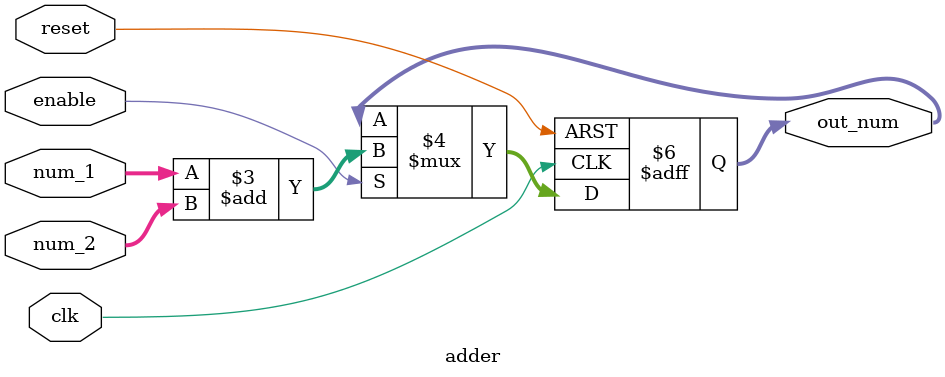
<source format=v>
`timescale 1ns / 1ps

`ifndef num_width
    `define num_width 8
`endif
`ifndef data_bus
    `define data_bus (2*`num_width)
    `endif 

`ifndef high_val
    `define high_val 1'b1
    `endif 
`ifndef low_val
    `define low_val 1'b0
    `endif

module adder(
                input [`data_bus -1 : 0] num_1, num_2,
                input clk, reset, enable,
                output reg [`data_bus : 0] out_num
                );

// Adding 
parameter word_length = `data_bus;

always@(posedge clk or negedge reset)
    begin
        if (!reset)
            out_num <= {word_length{`low_val}};
            else if (enable)
            out_num <= num_1 + num_2;
    end
                                        
endmodule

</source>
